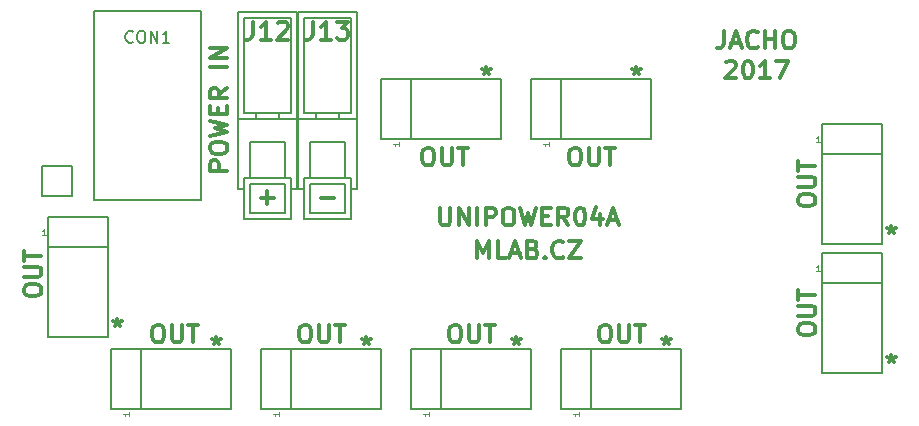
<source format=gbr>
G04 #@! TF.GenerationSoftware,KiCad,Pcbnew,(2017-02-05 revision 431abcf)-makepkg*
G04 #@! TF.CreationDate,2017-03-01T08:03:57+01:00*
G04 #@! TF.ProjectId,UNIPOWER04A,554E49504F5745523034412E6B696361,rev?*
G04 #@! TF.FileFunction,Legend,Top*
G04 #@! TF.FilePolarity,Positive*
%FSLAX46Y46*%
G04 Gerber Fmt 4.6, Leading zero omitted, Abs format (unit mm)*
G04 Created by KiCad (PCBNEW (2017-02-05 revision 431abcf)-makepkg) date 03/01/17 08:03:57*
%MOMM*%
%LPD*%
G01*
G04 APERTURE LIST*
%ADD10C,0.300000*%
%ADD11C,0.200000*%
%ADD12C,0.127000*%
%ADD13C,0.150000*%
%ADD14C,0.203200*%
%ADD15C,0.050000*%
%ADD16C,0.304800*%
G04 APERTURE END LIST*
D10*
D11*
X5842000Y20320000D02*
X10922000Y20320000D01*
X13716000Y11684000D02*
X13716000Y6604000D01*
X26416000Y11684000D02*
X26416000Y6604000D01*
X39116000Y11684000D02*
X39116000Y6604000D01*
X51816000Y11684000D02*
X51816000Y6604000D01*
X71374000Y17272000D02*
X76454000Y17272000D01*
X71374000Y28194000D02*
X76454000Y28194000D01*
X49276000Y34544000D02*
X49276000Y29464000D01*
X36576000Y34544000D02*
X36576000Y29464000D01*
D10*
X55626000Y35619428D02*
X55626000Y35262285D01*
X55268857Y35405142D02*
X55626000Y35262285D01*
X55983142Y35405142D01*
X55411714Y34976571D02*
X55626000Y35262285D01*
X55840285Y34976571D01*
X42926000Y35619428D02*
X42926000Y35262285D01*
X42568857Y35405142D02*
X42926000Y35262285D01*
X43283142Y35405142D01*
X42711714Y34976571D02*
X42926000Y35262285D01*
X43140285Y34976571D01*
X11684000Y14283428D02*
X11684000Y13926285D01*
X11326857Y14069142D02*
X11684000Y13926285D01*
X12041142Y14069142D01*
X11469714Y13640571D02*
X11684000Y13926285D01*
X11898285Y13640571D01*
X20066000Y12759428D02*
X20066000Y12402285D01*
X19708857Y12545142D02*
X20066000Y12402285D01*
X20423142Y12545142D01*
X19851714Y12116571D02*
X20066000Y12402285D01*
X20280285Y12116571D01*
X32766000Y12759428D02*
X32766000Y12402285D01*
X32408857Y12545142D02*
X32766000Y12402285D01*
X33123142Y12545142D01*
X32551714Y12116571D02*
X32766000Y12402285D01*
X32980285Y12116571D01*
X45466000Y12759428D02*
X45466000Y12402285D01*
X45108857Y12545142D02*
X45466000Y12402285D01*
X45823142Y12545142D01*
X45251714Y12116571D02*
X45466000Y12402285D01*
X45680285Y12116571D01*
X58166000Y12759428D02*
X58166000Y12402285D01*
X57808857Y12545142D02*
X58166000Y12402285D01*
X58523142Y12545142D01*
X57951714Y12116571D02*
X58166000Y12402285D01*
X58380285Y12116571D01*
X77216000Y11235428D02*
X77216000Y10878285D01*
X76858857Y11021142D02*
X77216000Y10878285D01*
X77573142Y11021142D01*
X77001714Y10592571D02*
X77216000Y10878285D01*
X77430285Y10592571D01*
X77216000Y22157428D02*
X77216000Y21800285D01*
X76858857Y21943142D02*
X77216000Y21800285D01*
X77573142Y21943142D01*
X77001714Y21514571D02*
X77216000Y21800285D01*
X77430285Y21514571D01*
X50316000Y28761428D02*
X50601714Y28761428D01*
X50744571Y28690000D01*
X50887428Y28547142D01*
X50958857Y28261428D01*
X50958857Y27761428D01*
X50887428Y27475714D01*
X50744571Y27332857D01*
X50601714Y27261428D01*
X50316000Y27261428D01*
X50173142Y27332857D01*
X50030285Y27475714D01*
X49958857Y27761428D01*
X49958857Y28261428D01*
X50030285Y28547142D01*
X50173142Y28690000D01*
X50316000Y28761428D01*
X51601714Y28761428D02*
X51601714Y27547142D01*
X51673142Y27404285D01*
X51744571Y27332857D01*
X51887428Y27261428D01*
X52173142Y27261428D01*
X52316000Y27332857D01*
X52387428Y27404285D01*
X52458857Y27547142D01*
X52458857Y28761428D01*
X52958857Y28761428D02*
X53816000Y28761428D01*
X53387428Y27261428D02*
X53387428Y28761428D01*
X37870000Y28761428D02*
X38155714Y28761428D01*
X38298571Y28690000D01*
X38441428Y28547142D01*
X38512857Y28261428D01*
X38512857Y27761428D01*
X38441428Y27475714D01*
X38298571Y27332857D01*
X38155714Y27261428D01*
X37870000Y27261428D01*
X37727142Y27332857D01*
X37584285Y27475714D01*
X37512857Y27761428D01*
X37512857Y28261428D01*
X37584285Y28547142D01*
X37727142Y28690000D01*
X37870000Y28761428D01*
X39155714Y28761428D02*
X39155714Y27547142D01*
X39227142Y27404285D01*
X39298571Y27332857D01*
X39441428Y27261428D01*
X39727142Y27261428D01*
X39870000Y27332857D01*
X39941428Y27404285D01*
X40012857Y27547142D01*
X40012857Y28761428D01*
X40512857Y28761428D02*
X41370000Y28761428D01*
X40941428Y27261428D02*
X40941428Y28761428D01*
X3750571Y16534000D02*
X3750571Y16819714D01*
X3822000Y16962571D01*
X3964857Y17105428D01*
X4250571Y17176857D01*
X4750571Y17176857D01*
X5036285Y17105428D01*
X5179142Y16962571D01*
X5250571Y16819714D01*
X5250571Y16534000D01*
X5179142Y16391142D01*
X5036285Y16248285D01*
X4750571Y16176857D01*
X4250571Y16176857D01*
X3964857Y16248285D01*
X3822000Y16391142D01*
X3750571Y16534000D01*
X3750571Y17819714D02*
X4964857Y17819714D01*
X5107714Y17891142D01*
X5179142Y17962571D01*
X5250571Y18105428D01*
X5250571Y18391142D01*
X5179142Y18534000D01*
X5107714Y18605428D01*
X4964857Y18676857D01*
X3750571Y18676857D01*
X3750571Y19176857D02*
X3750571Y20034000D01*
X5250571Y19605428D02*
X3750571Y19605428D01*
X69282571Y24154000D02*
X69282571Y24439714D01*
X69354000Y24582571D01*
X69496857Y24725428D01*
X69782571Y24796857D01*
X70282571Y24796857D01*
X70568285Y24725428D01*
X70711142Y24582571D01*
X70782571Y24439714D01*
X70782571Y24154000D01*
X70711142Y24011142D01*
X70568285Y23868285D01*
X70282571Y23796857D01*
X69782571Y23796857D01*
X69496857Y23868285D01*
X69354000Y24011142D01*
X69282571Y24154000D01*
X69282571Y25439714D02*
X70496857Y25439714D01*
X70639714Y25511142D01*
X70711142Y25582571D01*
X70782571Y25725428D01*
X70782571Y26011142D01*
X70711142Y26154000D01*
X70639714Y26225428D01*
X70496857Y26296857D01*
X69282571Y26296857D01*
X69282571Y26796857D02*
X69282571Y27654000D01*
X70782571Y27225428D02*
X69282571Y27225428D01*
X69282571Y13232000D02*
X69282571Y13517714D01*
X69354000Y13660571D01*
X69496857Y13803428D01*
X69782571Y13874857D01*
X70282571Y13874857D01*
X70568285Y13803428D01*
X70711142Y13660571D01*
X70782571Y13517714D01*
X70782571Y13232000D01*
X70711142Y13089142D01*
X70568285Y12946285D01*
X70282571Y12874857D01*
X69782571Y12874857D01*
X69496857Y12946285D01*
X69354000Y13089142D01*
X69282571Y13232000D01*
X69282571Y14517714D02*
X70496857Y14517714D01*
X70639714Y14589142D01*
X70711142Y14660571D01*
X70782571Y14803428D01*
X70782571Y15089142D01*
X70711142Y15232000D01*
X70639714Y15303428D01*
X70496857Y15374857D01*
X69282571Y15374857D01*
X69282571Y15874857D02*
X69282571Y16732000D01*
X70782571Y16303428D02*
X69282571Y16303428D01*
X52856000Y13775428D02*
X53141714Y13775428D01*
X53284571Y13704000D01*
X53427428Y13561142D01*
X53498857Y13275428D01*
X53498857Y12775428D01*
X53427428Y12489714D01*
X53284571Y12346857D01*
X53141714Y12275428D01*
X52856000Y12275428D01*
X52713142Y12346857D01*
X52570285Y12489714D01*
X52498857Y12775428D01*
X52498857Y13275428D01*
X52570285Y13561142D01*
X52713142Y13704000D01*
X52856000Y13775428D01*
X54141714Y13775428D02*
X54141714Y12561142D01*
X54213142Y12418285D01*
X54284571Y12346857D01*
X54427428Y12275428D01*
X54713142Y12275428D01*
X54856000Y12346857D01*
X54927428Y12418285D01*
X54998857Y12561142D01*
X54998857Y13775428D01*
X55498857Y13775428D02*
X56356000Y13775428D01*
X55927428Y12275428D02*
X55927428Y13775428D01*
X40156000Y13775428D02*
X40441714Y13775428D01*
X40584571Y13704000D01*
X40727428Y13561142D01*
X40798857Y13275428D01*
X40798857Y12775428D01*
X40727428Y12489714D01*
X40584571Y12346857D01*
X40441714Y12275428D01*
X40156000Y12275428D01*
X40013142Y12346857D01*
X39870285Y12489714D01*
X39798857Y12775428D01*
X39798857Y13275428D01*
X39870285Y13561142D01*
X40013142Y13704000D01*
X40156000Y13775428D01*
X41441714Y13775428D02*
X41441714Y12561142D01*
X41513142Y12418285D01*
X41584571Y12346857D01*
X41727428Y12275428D01*
X42013142Y12275428D01*
X42156000Y12346857D01*
X42227428Y12418285D01*
X42298857Y12561142D01*
X42298857Y13775428D01*
X42798857Y13775428D02*
X43656000Y13775428D01*
X43227428Y12275428D02*
X43227428Y13775428D01*
X27456000Y13775428D02*
X27741714Y13775428D01*
X27884571Y13704000D01*
X28027428Y13561142D01*
X28098857Y13275428D01*
X28098857Y12775428D01*
X28027428Y12489714D01*
X27884571Y12346857D01*
X27741714Y12275428D01*
X27456000Y12275428D01*
X27313142Y12346857D01*
X27170285Y12489714D01*
X27098857Y12775428D01*
X27098857Y13275428D01*
X27170285Y13561142D01*
X27313142Y13704000D01*
X27456000Y13775428D01*
X28741714Y13775428D02*
X28741714Y12561142D01*
X28813142Y12418285D01*
X28884571Y12346857D01*
X29027428Y12275428D01*
X29313142Y12275428D01*
X29456000Y12346857D01*
X29527428Y12418285D01*
X29598857Y12561142D01*
X29598857Y13775428D01*
X30098857Y13775428D02*
X30956000Y13775428D01*
X30527428Y12275428D02*
X30527428Y13775428D01*
X15010000Y13775428D02*
X15295714Y13775428D01*
X15438571Y13704000D01*
X15581428Y13561142D01*
X15652857Y13275428D01*
X15652857Y12775428D01*
X15581428Y12489714D01*
X15438571Y12346857D01*
X15295714Y12275428D01*
X15010000Y12275428D01*
X14867142Y12346857D01*
X14724285Y12489714D01*
X14652857Y12775428D01*
X14652857Y13275428D01*
X14724285Y13561142D01*
X14867142Y13704000D01*
X15010000Y13775428D01*
X16295714Y13775428D02*
X16295714Y12561142D01*
X16367142Y12418285D01*
X16438571Y12346857D01*
X16581428Y12275428D01*
X16867142Y12275428D01*
X17010000Y12346857D01*
X17081428Y12418285D01*
X17152857Y12561142D01*
X17152857Y13775428D01*
X17652857Y13775428D02*
X18510000Y13775428D01*
X18081428Y12275428D02*
X18081428Y13775428D01*
X20998571Y26825428D02*
X19498571Y26825428D01*
X19498571Y27396857D01*
X19570000Y27539714D01*
X19641428Y27611142D01*
X19784285Y27682571D01*
X19998571Y27682571D01*
X20141428Y27611142D01*
X20212857Y27539714D01*
X20284285Y27396857D01*
X20284285Y26825428D01*
X19498571Y28611142D02*
X19498571Y28896857D01*
X19570000Y29039714D01*
X19712857Y29182571D01*
X19998571Y29254000D01*
X20498571Y29254000D01*
X20784285Y29182571D01*
X20927142Y29039714D01*
X20998571Y28896857D01*
X20998571Y28611142D01*
X20927142Y28468285D01*
X20784285Y28325428D01*
X20498571Y28254000D01*
X19998571Y28254000D01*
X19712857Y28325428D01*
X19570000Y28468285D01*
X19498571Y28611142D01*
X19498571Y29754000D02*
X20998571Y30111142D01*
X19927142Y30396857D01*
X20998571Y30682571D01*
X19498571Y31039714D01*
X20212857Y31611142D02*
X20212857Y32111142D01*
X20998571Y32325428D02*
X20998571Y31611142D01*
X19498571Y31611142D01*
X19498571Y32325428D01*
X20998571Y33825428D02*
X20284285Y33325428D01*
X20998571Y32968285D02*
X19498571Y32968285D01*
X19498571Y33539714D01*
X19570000Y33682571D01*
X19641428Y33754000D01*
X19784285Y33825428D01*
X19998571Y33825428D01*
X20141428Y33754000D01*
X20212857Y33682571D01*
X20284285Y33539714D01*
X20284285Y32968285D01*
X20998571Y35611142D02*
X19498571Y35611142D01*
X20998571Y36325428D02*
X19498571Y36325428D01*
X20998571Y37182571D01*
X19498571Y37182571D01*
X42160571Y19387428D02*
X42160571Y20887428D01*
X42660571Y19816000D01*
X43160571Y20887428D01*
X43160571Y19387428D01*
X44589142Y19387428D02*
X43874857Y19387428D01*
X43874857Y20887428D01*
X45017714Y19816000D02*
X45732000Y19816000D01*
X44874857Y19387428D02*
X45374857Y20887428D01*
X45874857Y19387428D01*
X46874857Y20173142D02*
X47089142Y20101714D01*
X47160571Y20030285D01*
X47232000Y19887428D01*
X47232000Y19673142D01*
X47160571Y19530285D01*
X47089142Y19458857D01*
X46946285Y19387428D01*
X46374857Y19387428D01*
X46374857Y20887428D01*
X46874857Y20887428D01*
X47017714Y20816000D01*
X47089142Y20744571D01*
X47160571Y20601714D01*
X47160571Y20458857D01*
X47089142Y20316000D01*
X47017714Y20244571D01*
X46874857Y20173142D01*
X46374857Y20173142D01*
X47874857Y19530285D02*
X47946285Y19458857D01*
X47874857Y19387428D01*
X47803428Y19458857D01*
X47874857Y19530285D01*
X47874857Y19387428D01*
X49446285Y19530285D02*
X49374857Y19458857D01*
X49160571Y19387428D01*
X49017714Y19387428D01*
X48803428Y19458857D01*
X48660571Y19601714D01*
X48589142Y19744571D01*
X48517714Y20030285D01*
X48517714Y20244571D01*
X48589142Y20530285D01*
X48660571Y20673142D01*
X48803428Y20816000D01*
X49017714Y20887428D01*
X49160571Y20887428D01*
X49374857Y20816000D01*
X49446285Y20744571D01*
X49946285Y20887428D02*
X50946285Y20887428D01*
X49946285Y19387428D01*
X50946285Y19387428D01*
X63214571Y35984571D02*
X63286000Y36056000D01*
X63428857Y36127428D01*
X63786000Y36127428D01*
X63928857Y36056000D01*
X64000285Y35984571D01*
X64071714Y35841714D01*
X64071714Y35698857D01*
X64000285Y35484571D01*
X63143142Y34627428D01*
X64071714Y34627428D01*
X65000285Y36127428D02*
X65143142Y36127428D01*
X65286000Y36056000D01*
X65357428Y35984571D01*
X65428857Y35841714D01*
X65500285Y35556000D01*
X65500285Y35198857D01*
X65428857Y34913142D01*
X65357428Y34770285D01*
X65286000Y34698857D01*
X65143142Y34627428D01*
X65000285Y34627428D01*
X64857428Y34698857D01*
X64786000Y34770285D01*
X64714571Y34913142D01*
X64643142Y35198857D01*
X64643142Y35556000D01*
X64714571Y35841714D01*
X64786000Y35984571D01*
X64857428Y36056000D01*
X65000285Y36127428D01*
X66928857Y34627428D02*
X66071714Y34627428D01*
X66500285Y34627428D02*
X66500285Y36127428D01*
X66357428Y35913142D01*
X66214571Y35770285D01*
X66071714Y35698857D01*
X67428857Y36127428D02*
X68428857Y36127428D01*
X67786000Y34627428D01*
X63036000Y38667428D02*
X63036000Y37596000D01*
X62964571Y37381714D01*
X62821714Y37238857D01*
X62607428Y37167428D01*
X62464571Y37167428D01*
X63678857Y37596000D02*
X64393142Y37596000D01*
X63536000Y37167428D02*
X64036000Y38667428D01*
X64536000Y37167428D01*
X65893142Y37310285D02*
X65821714Y37238857D01*
X65607428Y37167428D01*
X65464571Y37167428D01*
X65250285Y37238857D01*
X65107428Y37381714D01*
X65036000Y37524571D01*
X64964571Y37810285D01*
X64964571Y38024571D01*
X65036000Y38310285D01*
X65107428Y38453142D01*
X65250285Y38596000D01*
X65464571Y38667428D01*
X65607428Y38667428D01*
X65821714Y38596000D01*
X65893142Y38524571D01*
X66536000Y37167428D02*
X66536000Y38667428D01*
X66536000Y37953142D02*
X67393142Y37953142D01*
X67393142Y37167428D02*
X67393142Y38667428D01*
X68393142Y38667428D02*
X68678857Y38667428D01*
X68821714Y38596000D01*
X68964571Y38453142D01*
X69036000Y38167428D01*
X69036000Y37667428D01*
X68964571Y37381714D01*
X68821714Y37238857D01*
X68678857Y37167428D01*
X68393142Y37167428D01*
X68250285Y37238857D01*
X68107428Y37381714D01*
X68036000Y37667428D01*
X68036000Y38167428D01*
X68107428Y38453142D01*
X68250285Y38596000D01*
X68393142Y38667428D01*
X39017714Y23681428D02*
X39017714Y22467142D01*
X39089142Y22324285D01*
X39160571Y22252857D01*
X39303428Y22181428D01*
X39589142Y22181428D01*
X39732000Y22252857D01*
X39803428Y22324285D01*
X39874857Y22467142D01*
X39874857Y23681428D01*
X40589142Y22181428D02*
X40589142Y23681428D01*
X41446285Y22181428D01*
X41446285Y23681428D01*
X42160571Y22181428D02*
X42160571Y23681428D01*
X42874857Y22181428D02*
X42874857Y23681428D01*
X43446285Y23681428D01*
X43589142Y23610000D01*
X43660571Y23538571D01*
X43732000Y23395714D01*
X43732000Y23181428D01*
X43660571Y23038571D01*
X43589142Y22967142D01*
X43446285Y22895714D01*
X42874857Y22895714D01*
X44660571Y23681428D02*
X44946285Y23681428D01*
X45089142Y23610000D01*
X45232000Y23467142D01*
X45303428Y23181428D01*
X45303428Y22681428D01*
X45232000Y22395714D01*
X45089142Y22252857D01*
X44946285Y22181428D01*
X44660571Y22181428D01*
X44517714Y22252857D01*
X44374857Y22395714D01*
X44303428Y22681428D01*
X44303428Y23181428D01*
X44374857Y23467142D01*
X44517714Y23610000D01*
X44660571Y23681428D01*
X45803428Y23681428D02*
X46160571Y22181428D01*
X46446285Y23252857D01*
X46731999Y22181428D01*
X47089142Y23681428D01*
X47660571Y22967142D02*
X48160571Y22967142D01*
X48374857Y22181428D02*
X47660571Y22181428D01*
X47660571Y23681428D01*
X48374857Y23681428D01*
X49874857Y22181428D02*
X49374857Y22895714D01*
X49017714Y22181428D02*
X49017714Y23681428D01*
X49589142Y23681428D01*
X49731999Y23610000D01*
X49803428Y23538571D01*
X49874857Y23395714D01*
X49874857Y23181428D01*
X49803428Y23038571D01*
X49731999Y22967142D01*
X49589142Y22895714D01*
X49017714Y22895714D01*
X50803428Y23681428D02*
X50946285Y23681428D01*
X51089142Y23610000D01*
X51160571Y23538571D01*
X51231999Y23395714D01*
X51303428Y23110000D01*
X51303428Y22752857D01*
X51231999Y22467142D01*
X51160571Y22324285D01*
X51089142Y22252857D01*
X50946285Y22181428D01*
X50803428Y22181428D01*
X50660571Y22252857D01*
X50589142Y22324285D01*
X50517714Y22467142D01*
X50446285Y22752857D01*
X50446285Y23110000D01*
X50517714Y23395714D01*
X50589142Y23538571D01*
X50660571Y23610000D01*
X50803428Y23681428D01*
X52589142Y23181428D02*
X52589142Y22181428D01*
X52232000Y23752857D02*
X51874857Y22681428D01*
X52803428Y22681428D01*
X53303428Y22610000D02*
X54017714Y22610000D01*
X53160571Y22181428D02*
X53660571Y23681428D01*
X54160571Y22181428D01*
X28892571Y24530857D02*
X30035428Y24530857D01*
X23812571Y24530857D02*
X24955428Y24530857D01*
X24384000Y23959428D02*
X24384000Y25102285D01*
D12*
X9724000Y40370000D02*
X9724000Y24370000D01*
X18724000Y40370000D02*
X9724000Y40370000D01*
X18724000Y24370000D02*
X18724000Y40370000D01*
X9724000Y24370000D02*
X18724000Y24370000D01*
D13*
X5334000Y27178000D02*
X7874000Y27178000D01*
X7874000Y27178000D02*
X7874000Y24638000D01*
X7874000Y24638000D02*
X5334000Y24638000D01*
X5334000Y24638000D02*
X5334000Y27178000D01*
X5842000Y12700000D02*
X5842000Y22860000D01*
X10922000Y12700000D02*
X5842000Y12700000D01*
X10922000Y22860000D02*
X10922000Y12700000D01*
X5842000Y22860000D02*
X10922000Y22860000D01*
X21336000Y6604000D02*
X11176000Y6604000D01*
X21336000Y11684000D02*
X21336000Y6604000D01*
X11176000Y11684000D02*
X21336000Y11684000D01*
X11176000Y6604000D02*
X11176000Y11684000D01*
X36576000Y6604000D02*
X36576000Y11684000D01*
X36576000Y11684000D02*
X46736000Y11684000D01*
X46736000Y11684000D02*
X46736000Y6604000D01*
X46736000Y6604000D02*
X36576000Y6604000D01*
X46736000Y29464000D02*
X46736000Y34544000D01*
X46736000Y34544000D02*
X56896000Y34544000D01*
X56896000Y34544000D02*
X56896000Y29464000D01*
X56896000Y29464000D02*
X46736000Y29464000D01*
X34036000Y29464000D02*
X34036000Y34544000D01*
X34036000Y34544000D02*
X44196000Y34544000D01*
X44196000Y34544000D02*
X44196000Y29464000D01*
X44196000Y29464000D02*
X34036000Y29464000D01*
X71374000Y20574000D02*
X71374000Y30734000D01*
X76454000Y20574000D02*
X71374000Y20574000D01*
X76454000Y30734000D02*
X76454000Y20574000D01*
X71374000Y30734000D02*
X76454000Y30734000D01*
X23876000Y6604000D02*
X23876000Y11684000D01*
X23876000Y11684000D02*
X34036000Y11684000D01*
X34036000Y11684000D02*
X34036000Y6604000D01*
X34036000Y6604000D02*
X23876000Y6604000D01*
X49276000Y6604000D02*
X49276000Y11684000D01*
X49276000Y11684000D02*
X59436000Y11684000D01*
X59436000Y11684000D02*
X59436000Y6604000D01*
X59436000Y6604000D02*
X49276000Y6604000D01*
X71374000Y9652000D02*
X71374000Y19812000D01*
X76454000Y9652000D02*
X71374000Y9652000D01*
X76454000Y19812000D02*
X76454000Y9652000D01*
X71374000Y19812000D02*
X76454000Y19812000D01*
X21884000Y25226000D02*
X22384000Y25226000D01*
X26384000Y25226000D02*
X26884000Y25226000D01*
X21883900Y31226000D02*
X26884100Y31226000D01*
X21883900Y40226000D02*
X26884100Y40226000D01*
X22883000Y23226000D02*
X25885000Y23226000D01*
X22883000Y25725900D02*
X25885000Y25725900D01*
X26384000Y22725900D02*
X22384000Y22725900D01*
X26384000Y26226000D02*
X22384000Y26226000D01*
X22883900Y29226000D02*
X25884100Y29226000D01*
X26384000Y31726100D02*
X22384000Y31726100D01*
X22384000Y39726100D02*
X26384000Y39726100D01*
X23384000Y31726100D02*
X23384000Y31226000D01*
X22884000Y25725900D02*
X22884000Y23226000D01*
X22384000Y26226000D02*
X22384000Y22725900D01*
X25384000Y31726100D02*
X25384000Y31226000D01*
X25884000Y25725900D02*
X25884000Y23226000D01*
X26384000Y26226000D02*
X26384000Y22725000D01*
X22884000Y29226000D02*
X22884000Y26226000D01*
X22384000Y39726100D02*
X22384000Y31726100D01*
X21884000Y31226000D02*
X21884000Y25226000D01*
X25884000Y29226000D02*
X25884000Y26226000D01*
X26384000Y39726100D02*
X26384000Y31726100D01*
X26884000Y31226000D02*
X26884000Y25226000D01*
X21884000Y31226000D02*
X21884000Y40226000D01*
X26884000Y40226000D02*
X26884000Y31226000D01*
X31964000Y40226000D02*
X31964000Y31226000D01*
X26964000Y31226000D02*
X26964000Y40226000D01*
X31964000Y31226000D02*
X31964000Y25226000D01*
X31464000Y39726100D02*
X31464000Y31726100D01*
X30964000Y29226000D02*
X30964000Y26226000D01*
X26964000Y31226000D02*
X26964000Y25226000D01*
X27464000Y39726100D02*
X27464000Y31726100D01*
X27964000Y29226000D02*
X27964000Y26226000D01*
X31464000Y26226000D02*
X31464000Y22725000D01*
X30964000Y25725900D02*
X30964000Y23226000D01*
X30464000Y31726100D02*
X30464000Y31226000D01*
X27464000Y26226000D02*
X27464000Y22725900D01*
X27964000Y25725900D02*
X27964000Y23226000D01*
X28464000Y31726100D02*
X28464000Y31226000D01*
X27464000Y39726100D02*
X31464000Y39726100D01*
X31464000Y31726100D02*
X27464000Y31726100D01*
X27963900Y29226000D02*
X30964100Y29226000D01*
X31464000Y26226000D02*
X27464000Y26226000D01*
X31464000Y22725900D02*
X27464000Y22725900D01*
X27963000Y25725900D02*
X30965000Y25725900D01*
X27963000Y23226000D02*
X30965000Y23226000D01*
X26963900Y40226000D02*
X31964100Y40226000D01*
X26963900Y31226000D02*
X31964100Y31226000D01*
X31464000Y25226000D02*
X31964000Y25226000D01*
X26964000Y25226000D02*
X27464000Y25226000D01*
D14*
X12990285Y37737142D02*
X12941904Y37688761D01*
X12796761Y37640380D01*
X12700000Y37640380D01*
X12554857Y37688761D01*
X12458095Y37785523D01*
X12409714Y37882285D01*
X12361333Y38075809D01*
X12361333Y38220952D01*
X12409714Y38414476D01*
X12458095Y38511238D01*
X12554857Y38608000D01*
X12700000Y38656380D01*
X12796761Y38656380D01*
X12941904Y38608000D01*
X12990285Y38559619D01*
X13619238Y38656380D02*
X13812761Y38656380D01*
X13909523Y38608000D01*
X14006285Y38511238D01*
X14054666Y38317714D01*
X14054666Y37979047D01*
X14006285Y37785523D01*
X13909523Y37688761D01*
X13812761Y37640380D01*
X13619238Y37640380D01*
X13522476Y37688761D01*
X13425714Y37785523D01*
X13377333Y37979047D01*
X13377333Y38317714D01*
X13425714Y38511238D01*
X13522476Y38608000D01*
X13619238Y38656380D01*
X14490095Y37640380D02*
X14490095Y38656380D01*
X15070666Y37640380D01*
X15070666Y38656380D01*
X16086666Y37640380D02*
X15506095Y37640380D01*
X15796380Y37640380D02*
X15796380Y38656380D01*
X15699619Y38511238D01*
X15602857Y38414476D01*
X15506095Y38366095D01*
D15*
X5603857Y21363809D02*
X5318142Y21363809D01*
X5461000Y21363809D02*
X5461000Y21863809D01*
X5413380Y21792380D01*
X5365761Y21744761D01*
X5318142Y21720952D01*
X12672190Y6365857D02*
X12672190Y6080142D01*
X12672190Y6223000D02*
X12172190Y6223000D01*
X12243619Y6175380D01*
X12291238Y6127761D01*
X12315047Y6080142D01*
X38072190Y6365857D02*
X38072190Y6080142D01*
X38072190Y6223000D02*
X37572190Y6223000D01*
X37643619Y6175380D01*
X37691238Y6127761D01*
X37715047Y6080142D01*
X48232190Y29225857D02*
X48232190Y28940142D01*
X48232190Y29083000D02*
X47732190Y29083000D01*
X47803619Y29035380D01*
X47851238Y28987761D01*
X47875047Y28940142D01*
X35532190Y29225857D02*
X35532190Y28940142D01*
X35532190Y29083000D02*
X35032190Y29083000D01*
X35103619Y29035380D01*
X35151238Y28987761D01*
X35175047Y28940142D01*
X71135857Y29237809D02*
X70850142Y29237809D01*
X70993000Y29237809D02*
X70993000Y29737809D01*
X70945380Y29666380D01*
X70897761Y29618761D01*
X70850142Y29594952D01*
X25372190Y6365857D02*
X25372190Y6080142D01*
X25372190Y6223000D02*
X24872190Y6223000D01*
X24943619Y6175380D01*
X24991238Y6127761D01*
X25015047Y6080142D01*
X50772190Y6365857D02*
X50772190Y6080142D01*
X50772190Y6223000D02*
X50272190Y6223000D01*
X50343619Y6175380D01*
X50391238Y6127761D01*
X50415047Y6080142D01*
X71135857Y18315809D02*
X70850142Y18315809D01*
X70993000Y18315809D02*
X70993000Y18815809D01*
X70945380Y18744380D01*
X70897761Y18696761D01*
X70850142Y18672952D01*
D16*
X23150285Y39442571D02*
X23150285Y38354000D01*
X23077714Y38136285D01*
X22932571Y37991142D01*
X22714857Y37918571D01*
X22569714Y37918571D01*
X24674285Y37918571D02*
X23803428Y37918571D01*
X24238857Y37918571D02*
X24238857Y39442571D01*
X24093714Y39224857D01*
X23948571Y39079714D01*
X23803428Y39007142D01*
X25254857Y39297428D02*
X25327428Y39370000D01*
X25472571Y39442571D01*
X25835428Y39442571D01*
X25980571Y39370000D01*
X26053142Y39297428D01*
X26125714Y39152285D01*
X26125714Y39007142D01*
X26053142Y38789428D01*
X25182285Y37918571D01*
X26125714Y37918571D01*
X28230285Y39442571D02*
X28230285Y38354000D01*
X28157714Y38136285D01*
X28012571Y37991142D01*
X27794857Y37918571D01*
X27649714Y37918571D01*
X29754285Y37918571D02*
X28883428Y37918571D01*
X29318857Y37918571D02*
X29318857Y39442571D01*
X29173714Y39224857D01*
X29028571Y39079714D01*
X28883428Y39007142D01*
X30262285Y39442571D02*
X31205714Y39442571D01*
X30697714Y38862000D01*
X30915428Y38862000D01*
X31060571Y38789428D01*
X31133142Y38716857D01*
X31205714Y38571714D01*
X31205714Y38208857D01*
X31133142Y38063714D01*
X31060571Y37991142D01*
X30915428Y37918571D01*
X30480000Y37918571D01*
X30334857Y37991142D01*
X30262285Y38063714D01*
M02*

</source>
